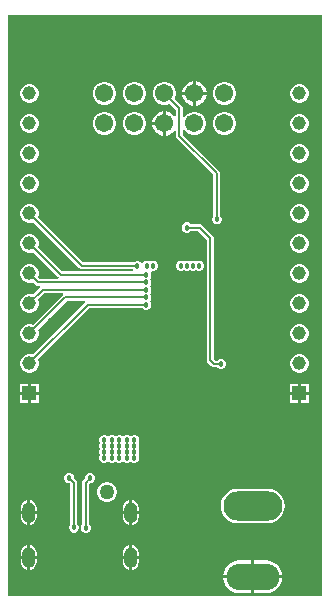
<source format=gbl>
G04*
G04 #@! TF.GenerationSoftware,Altium Limited,Altium Designer,23.1.1 (15)*
G04*
G04 Layer_Physical_Order=4*
G04 Layer_Color=16711680*
%FSLAX44Y44*%
%MOMM*%
G71*
G04*
G04 #@! TF.SameCoordinates,3E9F2625-A0FB-4649-AC3E-977DFEA3D768*
G04*
G04*
G04 #@! TF.FilePolarity,Positive*
G04*
G01*
G75*
%ADD41C,0.1778*%
%ADD43O,0.8000X1.6000*%
%ADD44C,1.5450*%
%ADD45C,3.1800*%
%ADD46R,1.1628X1.1628*%
%ADD47C,1.1628*%
%ADD48O,4.5000X2.2500*%
%ADD49O,5.0000X2.5000*%
%ADD50C,1.2700*%
%ADD51C,0.4572*%
G36*
X274788Y-500848D02*
X8422D01*
Y-8422D01*
X274788D01*
Y-500848D01*
D02*
G37*
%LPC*%
G36*
X167721Y-64665D02*
X167640D01*
Y-73660D01*
X176635D01*
Y-73579D01*
X175935Y-70968D01*
X174584Y-68627D01*
X172673Y-66716D01*
X170332Y-65364D01*
X167721Y-64665D01*
D02*
G37*
G36*
X165100D02*
X165019D01*
X162408Y-65364D01*
X160067Y-66716D01*
X158156Y-68627D01*
X156805Y-70968D01*
X156105Y-73579D01*
Y-73660D01*
X165100D01*
Y-64665D01*
D02*
G37*
G36*
X256299Y-67116D02*
X254241D01*
X252254Y-67649D01*
X250472Y-68677D01*
X249017Y-70132D01*
X247988Y-71914D01*
X247456Y-73901D01*
Y-75959D01*
X247988Y-77946D01*
X249017Y-79728D01*
X250472Y-81183D01*
X252254Y-82212D01*
X254241Y-82744D01*
X256299D01*
X258286Y-82212D01*
X260068Y-81183D01*
X261523Y-79728D01*
X262551Y-77946D01*
X263084Y-75959D01*
Y-73901D01*
X262551Y-71914D01*
X261523Y-70132D01*
X260068Y-68677D01*
X258286Y-67649D01*
X256299Y-67116D01*
D02*
G37*
G36*
X27699D02*
X25641D01*
X23654Y-67649D01*
X21872Y-68677D01*
X20417Y-70132D01*
X19389Y-71914D01*
X18856Y-73901D01*
Y-75959D01*
X19389Y-77946D01*
X20417Y-79728D01*
X21872Y-81183D01*
X23654Y-82212D01*
X25641Y-82744D01*
X27699D01*
X29686Y-82212D01*
X31468Y-81183D01*
X32923Y-79728D01*
X33951Y-77946D01*
X34484Y-75959D01*
Y-73901D01*
X33951Y-71914D01*
X32923Y-70132D01*
X31468Y-68677D01*
X29686Y-67649D01*
X27699Y-67116D01*
D02*
G37*
G36*
X193050Y-65205D02*
X190490D01*
X188016Y-65868D01*
X185799Y-67148D01*
X183988Y-68959D01*
X182708Y-71176D01*
X182045Y-73650D01*
Y-76210D01*
X182708Y-78684D01*
X183988Y-80901D01*
X185799Y-82712D01*
X188016Y-83992D01*
X190490Y-84655D01*
X193050D01*
X195524Y-83992D01*
X197741Y-82712D01*
X199552Y-80901D01*
X200832Y-78684D01*
X201495Y-76210D01*
Y-73650D01*
X200832Y-71176D01*
X199552Y-68959D01*
X197741Y-67148D01*
X195524Y-65868D01*
X193050Y-65205D01*
D02*
G37*
G36*
X116850D02*
X114290D01*
X111816Y-65868D01*
X109599Y-67148D01*
X107788Y-68959D01*
X106508Y-71176D01*
X105845Y-73650D01*
Y-76210D01*
X106508Y-78684D01*
X107788Y-80901D01*
X109599Y-82712D01*
X111816Y-83992D01*
X114290Y-84655D01*
X116850D01*
X119324Y-83992D01*
X121541Y-82712D01*
X123352Y-80901D01*
X124632Y-78684D01*
X125295Y-76210D01*
Y-73650D01*
X124632Y-71176D01*
X123352Y-68959D01*
X121541Y-67148D01*
X119324Y-65868D01*
X116850Y-65205D01*
D02*
G37*
G36*
X91450D02*
X88890D01*
X86416Y-65868D01*
X84199Y-67148D01*
X82388Y-68959D01*
X81108Y-71176D01*
X80445Y-73650D01*
Y-76210D01*
X81108Y-78684D01*
X82388Y-80901D01*
X84199Y-82712D01*
X86416Y-83992D01*
X88890Y-84655D01*
X91450D01*
X93924Y-83992D01*
X96141Y-82712D01*
X97952Y-80901D01*
X99232Y-78684D01*
X99895Y-76210D01*
Y-73650D01*
X99232Y-71176D01*
X97952Y-68959D01*
X96141Y-67148D01*
X93924Y-65868D01*
X91450Y-65205D01*
D02*
G37*
G36*
X176635Y-76200D02*
X167640D01*
Y-85195D01*
X167721D01*
X170332Y-84495D01*
X172673Y-83144D01*
X174584Y-81233D01*
X175935Y-78892D01*
X176635Y-76281D01*
Y-76200D01*
D02*
G37*
G36*
X165100D02*
X156105D01*
Y-76281D01*
X156805Y-78892D01*
X158156Y-81233D01*
X160067Y-83144D01*
X162408Y-84495D01*
X165019Y-85195D01*
X165100D01*
Y-76200D01*
D02*
G37*
G36*
X142250Y-65205D02*
X139690D01*
X137216Y-65868D01*
X134999Y-67148D01*
X133188Y-68959D01*
X131908Y-71176D01*
X131245Y-73650D01*
Y-76210D01*
X131908Y-78684D01*
X133188Y-80901D01*
X134999Y-82712D01*
X137216Y-83992D01*
X139690Y-84655D01*
X142250D01*
X144724Y-83992D01*
X145448Y-83574D01*
X150724Y-88850D01*
Y-94155D01*
X149454Y-94495D01*
X149184Y-94027D01*
X147273Y-92116D01*
X144932Y-90765D01*
X142321Y-90065D01*
X142240D01*
Y-100330D01*
Y-110595D01*
X142321D01*
X144932Y-109895D01*
X147273Y-108544D01*
X149184Y-106633D01*
X149454Y-106165D01*
X150724Y-106505D01*
Y-110998D01*
X150949Y-112125D01*
X151587Y-113081D01*
X182474Y-143968D01*
Y-178494D01*
X181786Y-179182D01*
X181134Y-180757D01*
Y-182463D01*
X181786Y-184038D01*
X182992Y-185243D01*
X184567Y-185896D01*
X186273D01*
X187848Y-185243D01*
X189053Y-184038D01*
X189706Y-182463D01*
Y-180757D01*
X189053Y-179182D01*
X188366Y-178494D01*
Y-142748D01*
X188141Y-141621D01*
X187503Y-140665D01*
X156616Y-109778D01*
Y-105425D01*
X157886Y-105085D01*
X158588Y-106301D01*
X160399Y-108112D01*
X162616Y-109392D01*
X165090Y-110055D01*
X167650D01*
X170124Y-109392D01*
X172341Y-108112D01*
X174152Y-106301D01*
X175432Y-104084D01*
X176095Y-101610D01*
Y-99050D01*
X175432Y-96576D01*
X174152Y-94359D01*
X172341Y-92548D01*
X170124Y-91268D01*
X167650Y-90605D01*
X165090D01*
X162616Y-91268D01*
X160399Y-92548D01*
X158588Y-94359D01*
X157886Y-95575D01*
X156616Y-95235D01*
Y-87630D01*
X156391Y-86503D01*
X155753Y-85547D01*
X149614Y-79408D01*
X150032Y-78684D01*
X150695Y-76210D01*
Y-73650D01*
X150032Y-71176D01*
X148752Y-68959D01*
X146941Y-67148D01*
X144724Y-65868D01*
X142250Y-65205D01*
D02*
G37*
G36*
X139700Y-90065D02*
X139619D01*
X137008Y-90765D01*
X134667Y-92116D01*
X132756Y-94027D01*
X131404Y-96368D01*
X130705Y-98979D01*
Y-99060D01*
X139700D01*
Y-90065D01*
D02*
G37*
G36*
X256299Y-92516D02*
X254241D01*
X252254Y-93048D01*
X250472Y-94077D01*
X249017Y-95532D01*
X247988Y-97314D01*
X247456Y-99301D01*
Y-101359D01*
X247988Y-103346D01*
X249017Y-105128D01*
X250472Y-106583D01*
X252254Y-107612D01*
X254241Y-108144D01*
X256299D01*
X258286Y-107612D01*
X260068Y-106583D01*
X261523Y-105128D01*
X262551Y-103346D01*
X263084Y-101359D01*
Y-99301D01*
X262551Y-97314D01*
X261523Y-95532D01*
X260068Y-94077D01*
X258286Y-93048D01*
X256299Y-92516D01*
D02*
G37*
G36*
X27699D02*
X25641D01*
X23654Y-93048D01*
X21872Y-94077D01*
X20417Y-95532D01*
X19389Y-97314D01*
X18856Y-99301D01*
Y-101359D01*
X19389Y-103346D01*
X20417Y-105128D01*
X21872Y-106583D01*
X23654Y-107612D01*
X25641Y-108144D01*
X27699D01*
X29686Y-107612D01*
X31468Y-106583D01*
X32923Y-105128D01*
X33951Y-103346D01*
X34484Y-101359D01*
Y-99301D01*
X33951Y-97314D01*
X32923Y-95532D01*
X31468Y-94077D01*
X29686Y-93048D01*
X27699Y-92516D01*
D02*
G37*
G36*
X193050Y-90605D02*
X190490D01*
X188016Y-91268D01*
X185799Y-92548D01*
X183988Y-94359D01*
X182708Y-96576D01*
X182045Y-99050D01*
Y-101610D01*
X182708Y-104084D01*
X183988Y-106301D01*
X185799Y-108112D01*
X188016Y-109392D01*
X190490Y-110055D01*
X193050D01*
X195524Y-109392D01*
X197741Y-108112D01*
X199552Y-106301D01*
X200832Y-104084D01*
X201495Y-101610D01*
Y-99050D01*
X200832Y-96576D01*
X199552Y-94359D01*
X197741Y-92548D01*
X195524Y-91268D01*
X193050Y-90605D01*
D02*
G37*
G36*
X116850D02*
X114290D01*
X111816Y-91268D01*
X109599Y-92548D01*
X107788Y-94359D01*
X106508Y-96576D01*
X105845Y-99050D01*
Y-101610D01*
X106508Y-104084D01*
X107788Y-106301D01*
X109599Y-108112D01*
X111816Y-109392D01*
X114290Y-110055D01*
X116850D01*
X119324Y-109392D01*
X121541Y-108112D01*
X123352Y-106301D01*
X124632Y-104084D01*
X125295Y-101610D01*
Y-99050D01*
X124632Y-96576D01*
X123352Y-94359D01*
X121541Y-92548D01*
X119324Y-91268D01*
X116850Y-90605D01*
D02*
G37*
G36*
X91450D02*
X88890D01*
X86416Y-91268D01*
X84199Y-92548D01*
X82388Y-94359D01*
X81108Y-96576D01*
X80445Y-99050D01*
Y-101610D01*
X81108Y-104084D01*
X82388Y-106301D01*
X84199Y-108112D01*
X86416Y-109392D01*
X88890Y-110055D01*
X91450D01*
X93924Y-109392D01*
X96141Y-108112D01*
X97952Y-106301D01*
X99232Y-104084D01*
X99895Y-101610D01*
Y-99050D01*
X99232Y-96576D01*
X97952Y-94359D01*
X96141Y-92548D01*
X93924Y-91268D01*
X91450Y-90605D01*
D02*
G37*
G36*
X139700Y-101600D02*
X130705D01*
Y-101681D01*
X131404Y-104292D01*
X132756Y-106633D01*
X134667Y-108544D01*
X137008Y-109895D01*
X139619Y-110595D01*
X139700D01*
Y-101600D01*
D02*
G37*
G36*
X256299Y-117916D02*
X254241D01*
X252254Y-118448D01*
X250472Y-119477D01*
X249017Y-120932D01*
X247988Y-122714D01*
X247456Y-124701D01*
Y-126759D01*
X247988Y-128746D01*
X249017Y-130528D01*
X250472Y-131983D01*
X252254Y-133012D01*
X254241Y-133544D01*
X256299D01*
X258286Y-133012D01*
X260068Y-131983D01*
X261523Y-130528D01*
X262551Y-128746D01*
X263084Y-126759D01*
Y-124701D01*
X262551Y-122714D01*
X261523Y-120932D01*
X260068Y-119477D01*
X258286Y-118448D01*
X256299Y-117916D01*
D02*
G37*
G36*
X27699D02*
X25641D01*
X23654Y-118448D01*
X21872Y-119477D01*
X20417Y-120932D01*
X19389Y-122714D01*
X18856Y-124701D01*
Y-126759D01*
X19389Y-128746D01*
X20417Y-130528D01*
X21872Y-131983D01*
X23654Y-133012D01*
X25641Y-133544D01*
X27699D01*
X29686Y-133012D01*
X31468Y-131983D01*
X32923Y-130528D01*
X33951Y-128746D01*
X34484Y-126759D01*
Y-124701D01*
X33951Y-122714D01*
X32923Y-120932D01*
X31468Y-119477D01*
X29686Y-118448D01*
X27699Y-117916D01*
D02*
G37*
G36*
X256299Y-143316D02*
X254241D01*
X252254Y-143848D01*
X250472Y-144877D01*
X249017Y-146332D01*
X247988Y-148114D01*
X247456Y-150101D01*
Y-152159D01*
X247988Y-154146D01*
X249017Y-155928D01*
X250472Y-157383D01*
X252254Y-158412D01*
X254241Y-158944D01*
X256299D01*
X258286Y-158412D01*
X260068Y-157383D01*
X261523Y-155928D01*
X262551Y-154146D01*
X263084Y-152159D01*
Y-150101D01*
X262551Y-148114D01*
X261523Y-146332D01*
X260068Y-144877D01*
X258286Y-143848D01*
X256299Y-143316D01*
D02*
G37*
G36*
X27699D02*
X25641D01*
X23654Y-143848D01*
X21872Y-144877D01*
X20417Y-146332D01*
X19389Y-148114D01*
X18856Y-150101D01*
Y-152159D01*
X19389Y-154146D01*
X20417Y-155928D01*
X21872Y-157383D01*
X23654Y-158412D01*
X25641Y-158944D01*
X27699D01*
X29686Y-158412D01*
X31468Y-157383D01*
X32923Y-155928D01*
X33951Y-154146D01*
X34484Y-152159D01*
Y-150101D01*
X33951Y-148114D01*
X32923Y-146332D01*
X31468Y-144877D01*
X29686Y-143848D01*
X27699Y-143316D01*
D02*
G37*
G36*
X256299Y-168716D02*
X254241D01*
X252254Y-169249D01*
X250472Y-170277D01*
X249017Y-171732D01*
X247988Y-173514D01*
X247456Y-175501D01*
Y-177559D01*
X247988Y-179546D01*
X249017Y-181328D01*
X250472Y-182783D01*
X252254Y-183811D01*
X254241Y-184344D01*
X256299D01*
X258286Y-183811D01*
X260068Y-182783D01*
X261523Y-181328D01*
X262551Y-179546D01*
X263084Y-177559D01*
Y-175501D01*
X262551Y-173514D01*
X261523Y-171732D01*
X260068Y-170277D01*
X258286Y-169249D01*
X256299Y-168716D01*
D02*
G37*
G36*
Y-194116D02*
X254241D01*
X252254Y-194648D01*
X250472Y-195677D01*
X249017Y-197132D01*
X247988Y-198914D01*
X247456Y-200901D01*
Y-202959D01*
X247988Y-204946D01*
X249017Y-206728D01*
X250472Y-208183D01*
X252254Y-209212D01*
X254241Y-209744D01*
X256299D01*
X258286Y-209212D01*
X260068Y-208183D01*
X261523Y-206728D01*
X262551Y-204946D01*
X263084Y-202959D01*
Y-200901D01*
X262551Y-198914D01*
X261523Y-197132D01*
X260068Y-195677D01*
X258286Y-194648D01*
X256299Y-194116D01*
D02*
G37*
G36*
X170923Y-216584D02*
X169217D01*
X167642Y-217236D01*
X167530Y-217349D01*
X167418Y-217236D01*
X165842Y-216584D01*
X164137D01*
X162562Y-217236D01*
X162450Y-217349D01*
X162338Y-217236D01*
X160763Y-216584D01*
X159057D01*
X157482Y-217236D01*
X157370Y-217349D01*
X157258Y-217236D01*
X155682Y-216584D01*
X153977D01*
X152402Y-217236D01*
X151196Y-218442D01*
X150544Y-220017D01*
Y-221723D01*
X151196Y-223298D01*
X152402Y-224503D01*
X153977Y-225156D01*
X155682D01*
X157258Y-224503D01*
X157370Y-224391D01*
X157482Y-224503D01*
X159057Y-225156D01*
X160763D01*
X162338Y-224503D01*
X162450Y-224391D01*
X162562Y-224503D01*
X164137Y-225156D01*
X165842D01*
X167418Y-224503D01*
X167530Y-224391D01*
X167642Y-224503D01*
X169217Y-225156D01*
X170923D01*
X172498Y-224503D01*
X173703Y-223298D01*
X174356Y-221723D01*
Y-220017D01*
X173703Y-218442D01*
X172498Y-217236D01*
X170923Y-216584D01*
D02*
G37*
G36*
X27699Y-168716D02*
X25641D01*
X23654Y-169249D01*
X21872Y-170277D01*
X20417Y-171732D01*
X19389Y-173514D01*
X18856Y-175501D01*
Y-177559D01*
X19389Y-179546D01*
X20417Y-181328D01*
X21872Y-182783D01*
X23654Y-183811D01*
X25641Y-184344D01*
X27699D01*
X29686Y-183811D01*
X29749Y-183775D01*
X69037Y-223063D01*
X69993Y-223701D01*
X71120Y-223926D01*
X71120Y-223926D01*
X114331D01*
X114707Y-224384D01*
X114106Y-225654D01*
X54560D01*
X33915Y-205009D01*
X33951Y-204946D01*
X34484Y-202959D01*
Y-200901D01*
X33951Y-198914D01*
X32923Y-197132D01*
X31468Y-195677D01*
X29686Y-194648D01*
X27699Y-194116D01*
X25641D01*
X23654Y-194648D01*
X21872Y-195677D01*
X20417Y-197132D01*
X19389Y-198914D01*
X18856Y-200901D01*
Y-202959D01*
X19389Y-204946D01*
X20417Y-206728D01*
X21872Y-208183D01*
X23654Y-209212D01*
X25641Y-209744D01*
X27699D01*
X29686Y-209212D01*
X29749Y-209175D01*
X51257Y-230683D01*
X51334Y-230734D01*
X50949Y-232004D01*
X35510D01*
X33915Y-230409D01*
X33951Y-230346D01*
X34484Y-228359D01*
Y-226301D01*
X33951Y-224314D01*
X32923Y-222532D01*
X31468Y-221077D01*
X29686Y-220049D01*
X27699Y-219516D01*
X25641D01*
X23654Y-220049D01*
X21872Y-221077D01*
X20417Y-222532D01*
X19389Y-224314D01*
X18856Y-226301D01*
Y-228359D01*
X19389Y-230346D01*
X20417Y-232128D01*
X21872Y-233583D01*
X23654Y-234611D01*
X25641Y-235144D01*
X27699D01*
X29686Y-234611D01*
X29749Y-234575D01*
X32207Y-237033D01*
X33163Y-237671D01*
X34290Y-237896D01*
X35709D01*
X36094Y-239166D01*
X36017Y-239217D01*
X29749Y-245485D01*
X29686Y-245448D01*
X27699Y-244916D01*
X25641D01*
X23654Y-245448D01*
X21872Y-246477D01*
X20417Y-247932D01*
X19389Y-249714D01*
X18856Y-251701D01*
Y-253759D01*
X19389Y-255746D01*
X20417Y-257528D01*
X21872Y-258983D01*
X23654Y-260012D01*
X25641Y-260544D01*
X27699D01*
X29686Y-260012D01*
X31468Y-258983D01*
X32923Y-257528D01*
X33951Y-255746D01*
X34484Y-253759D01*
Y-251701D01*
X33951Y-249714D01*
X33915Y-249651D01*
X39320Y-244246D01*
X54759D01*
X55144Y-245516D01*
X55067Y-245567D01*
X29749Y-270885D01*
X29686Y-270849D01*
X27699Y-270316D01*
X25641D01*
X23654Y-270849D01*
X21872Y-271877D01*
X20417Y-273332D01*
X19389Y-275114D01*
X18856Y-277101D01*
Y-279159D01*
X19389Y-281146D01*
X20417Y-282928D01*
X21872Y-284383D01*
X23654Y-285411D01*
X25641Y-285944D01*
X27699D01*
X29686Y-285411D01*
X31468Y-284383D01*
X32923Y-282928D01*
X33951Y-281146D01*
X34484Y-279159D01*
Y-277101D01*
X33951Y-275114D01*
X33915Y-275051D01*
X58370Y-250596D01*
X73809D01*
X74194Y-251866D01*
X74117Y-251917D01*
X74117Y-251917D01*
X29749Y-296285D01*
X29686Y-296248D01*
X27699Y-295716D01*
X25641D01*
X23654Y-296248D01*
X21872Y-297277D01*
X20417Y-298732D01*
X19389Y-300514D01*
X18856Y-302501D01*
Y-304559D01*
X19389Y-306546D01*
X20417Y-308328D01*
X21872Y-309783D01*
X23654Y-310812D01*
X25641Y-311344D01*
X27699D01*
X29686Y-310812D01*
X31468Y-309783D01*
X32923Y-308328D01*
X33951Y-306546D01*
X34484Y-304559D01*
Y-302501D01*
X33951Y-300514D01*
X33915Y-300451D01*
X77420Y-256946D01*
X122614D01*
X123302Y-257633D01*
X124877Y-258286D01*
X126583D01*
X128158Y-257633D01*
X129363Y-256428D01*
X130016Y-254853D01*
Y-253147D01*
X129363Y-251572D01*
X128616Y-250825D01*
X129363Y-250078D01*
X130016Y-248503D01*
Y-246797D01*
X129363Y-245222D01*
X128616Y-244475D01*
X129363Y-243728D01*
X130016Y-242153D01*
Y-240447D01*
X129363Y-238872D01*
X128616Y-238125D01*
X129363Y-237378D01*
X130016Y-235803D01*
Y-234097D01*
X129363Y-232522D01*
X128616Y-231775D01*
X129363Y-231028D01*
X130016Y-229453D01*
Y-227747D01*
X129363Y-226172D01*
X129343Y-226152D01*
X130063Y-225075D01*
X130257Y-225156D01*
X131963D01*
X133538Y-224503D01*
X134743Y-223298D01*
X135396Y-221723D01*
Y-220017D01*
X134743Y-218442D01*
X133538Y-217236D01*
X131963Y-216584D01*
X130257D01*
X128682Y-217236D01*
X128570Y-217349D01*
X128458Y-217236D01*
X126883Y-216584D01*
X125177D01*
X123602Y-217236D01*
X122845Y-217994D01*
X122142Y-218350D01*
X121201Y-218010D01*
X120538Y-217346D01*
X118963Y-216694D01*
X117257D01*
X115682Y-217346D01*
X114994Y-218034D01*
X72340D01*
X33915Y-179609D01*
X33951Y-179546D01*
X34484Y-177559D01*
Y-175501D01*
X33951Y-173514D01*
X32923Y-171732D01*
X31468Y-170277D01*
X29686Y-169249D01*
X27699Y-168716D01*
D02*
G37*
G36*
X256299Y-219516D02*
X254241D01*
X252254Y-220049D01*
X250472Y-221077D01*
X249017Y-222532D01*
X247988Y-224314D01*
X247456Y-226301D01*
Y-228359D01*
X247988Y-230346D01*
X249017Y-232128D01*
X250472Y-233583D01*
X252254Y-234611D01*
X254241Y-235144D01*
X256299D01*
X258286Y-234611D01*
X260068Y-233583D01*
X261523Y-232128D01*
X262551Y-230346D01*
X263084Y-228359D01*
Y-226301D01*
X262551Y-224314D01*
X261523Y-222532D01*
X260068Y-221077D01*
X258286Y-220049D01*
X256299Y-219516D01*
D02*
G37*
G36*
Y-244916D02*
X254241D01*
X252254Y-245448D01*
X250472Y-246477D01*
X249017Y-247932D01*
X247988Y-249714D01*
X247456Y-251701D01*
Y-253759D01*
X247988Y-255746D01*
X249017Y-257528D01*
X250472Y-258983D01*
X252254Y-260012D01*
X254241Y-260544D01*
X256299D01*
X258286Y-260012D01*
X260068Y-258983D01*
X261523Y-257528D01*
X262551Y-255746D01*
X263084Y-253759D01*
Y-251701D01*
X262551Y-249714D01*
X261523Y-247932D01*
X260068Y-246477D01*
X258286Y-245448D01*
X256299Y-244916D01*
D02*
G37*
G36*
Y-270316D02*
X254241D01*
X252254Y-270849D01*
X250472Y-271877D01*
X249017Y-273332D01*
X247988Y-275114D01*
X247456Y-277101D01*
Y-279159D01*
X247988Y-281146D01*
X249017Y-282928D01*
X250472Y-284383D01*
X252254Y-285411D01*
X254241Y-285944D01*
X256299D01*
X258286Y-285411D01*
X260068Y-284383D01*
X261523Y-282928D01*
X262551Y-281146D01*
X263084Y-279159D01*
Y-277101D01*
X262551Y-275114D01*
X261523Y-273332D01*
X260068Y-271877D01*
X258286Y-270849D01*
X256299Y-270316D01*
D02*
G37*
G36*
X160743Y-184214D02*
X159038D01*
X157462Y-184867D01*
X156257Y-186072D01*
X155604Y-187647D01*
Y-189353D01*
X156257Y-190928D01*
X157462Y-192134D01*
X159038Y-192786D01*
X160743D01*
X162318Y-192134D01*
X163006Y-191446D01*
X169500D01*
X176886Y-198832D01*
Y-301042D01*
X177111Y-302169D01*
X177749Y-303125D01*
X180745Y-306121D01*
X181701Y-306759D01*
X182828Y-306984D01*
X182828Y-306984D01*
X185860D01*
X186548Y-307672D01*
X188123Y-308324D01*
X189829D01*
X191404Y-307672D01*
X192610Y-306466D01*
X193262Y-304891D01*
Y-303185D01*
X192610Y-301610D01*
X191404Y-300404D01*
X189829Y-299752D01*
X188123D01*
X186548Y-300404D01*
X185860Y-301092D01*
X184048D01*
X182778Y-299822D01*
Y-197612D01*
X182553Y-196485D01*
X181915Y-195529D01*
X172803Y-186417D01*
X171847Y-185779D01*
X170720Y-185554D01*
X163006D01*
X162318Y-184867D01*
X160743Y-184214D01*
D02*
G37*
G36*
X256299Y-295716D02*
X254241D01*
X252254Y-296248D01*
X250472Y-297277D01*
X249017Y-298732D01*
X247988Y-300514D01*
X247456Y-302501D01*
Y-304559D01*
X247988Y-306546D01*
X249017Y-308328D01*
X250472Y-309783D01*
X252254Y-310812D01*
X254241Y-311344D01*
X256299D01*
X258286Y-310812D01*
X260068Y-309783D01*
X261523Y-308328D01*
X262551Y-306546D01*
X263084Y-304559D01*
Y-302501D01*
X262551Y-300514D01*
X261523Y-298732D01*
X260068Y-297277D01*
X258286Y-296248D01*
X256299Y-295716D01*
D02*
G37*
G36*
X263624Y-320576D02*
X256540D01*
Y-327660D01*
X263624D01*
Y-320576D01*
D02*
G37*
G36*
X35024D02*
X27940D01*
Y-327660D01*
X35024D01*
Y-320576D01*
D02*
G37*
G36*
X254000D02*
X246916D01*
Y-327660D01*
X254000D01*
Y-320576D01*
D02*
G37*
G36*
X25400D02*
X18316D01*
Y-327660D01*
X25400D01*
Y-320576D01*
D02*
G37*
G36*
X263624Y-330200D02*
X256540D01*
Y-337284D01*
X263624D01*
Y-330200D01*
D02*
G37*
G36*
X254000D02*
X246916D01*
Y-337284D01*
X254000D01*
Y-330200D01*
D02*
G37*
G36*
X35024D02*
X27940D01*
Y-337284D01*
X35024D01*
Y-330200D01*
D02*
G37*
G36*
X25400D02*
X18316D01*
Y-337284D01*
X25400D01*
Y-330200D01*
D02*
G37*
G36*
X116423Y-364014D02*
X114717D01*
X113142Y-364666D01*
X112395Y-365414D01*
X111648Y-364666D01*
X110073Y-364014D01*
X108367D01*
X106792Y-364666D01*
X106045Y-365414D01*
X105298Y-364666D01*
X103723Y-364014D01*
X102017D01*
X100442Y-364666D01*
X99695Y-365414D01*
X98948Y-364666D01*
X97373Y-364014D01*
X95667D01*
X94092Y-364666D01*
X93345Y-365414D01*
X92598Y-364666D01*
X91023Y-364014D01*
X89317D01*
X87742Y-364666D01*
X86537Y-365872D01*
X85884Y-367447D01*
Y-369153D01*
X86537Y-370728D01*
X86649Y-370840D01*
X86537Y-370952D01*
X85884Y-372527D01*
Y-374233D01*
X86537Y-375808D01*
X86649Y-375920D01*
X86537Y-376032D01*
X85884Y-377607D01*
Y-379313D01*
X86537Y-380888D01*
X86649Y-381000D01*
X86537Y-381112D01*
X85884Y-382687D01*
Y-384393D01*
X86537Y-385968D01*
X87742Y-387174D01*
X89317Y-387826D01*
X91023D01*
X92598Y-387174D01*
X93345Y-386426D01*
X94092Y-387174D01*
X95667Y-387826D01*
X97373D01*
X98948Y-387174D01*
X99695Y-386426D01*
X100442Y-387174D01*
X102017Y-387826D01*
X103723D01*
X105298Y-387174D01*
X106045Y-386426D01*
X106792Y-387174D01*
X108367Y-387826D01*
X110073D01*
X111648Y-387174D01*
X112395Y-386426D01*
X113142Y-387174D01*
X114717Y-387826D01*
X116423D01*
X117998Y-387174D01*
X119204Y-385968D01*
X119856Y-384393D01*
Y-382687D01*
X119204Y-381112D01*
X119091Y-381000D01*
X119204Y-380888D01*
X119856Y-379313D01*
Y-377607D01*
X119204Y-376032D01*
X119091Y-375920D01*
X119204Y-375808D01*
X119856Y-374233D01*
Y-372527D01*
X119204Y-370952D01*
X119091Y-370840D01*
X119204Y-370728D01*
X119856Y-369153D01*
Y-367447D01*
X119204Y-365872D01*
X117998Y-364666D01*
X116423Y-364014D01*
D02*
G37*
G36*
X93555Y-403892D02*
X91357D01*
X89233Y-404461D01*
X87329Y-405560D01*
X85774Y-407115D01*
X84675Y-409019D01*
X84106Y-411143D01*
Y-413341D01*
X84675Y-415465D01*
X85774Y-417369D01*
X87329Y-418924D01*
X89233Y-420023D01*
X91357Y-420592D01*
X93555D01*
X95679Y-420023D01*
X97583Y-418924D01*
X99138Y-417369D01*
X100237Y-415465D01*
X100806Y-413341D01*
Y-411143D01*
X100237Y-409019D01*
X99138Y-407115D01*
X97583Y-405560D01*
X95679Y-404461D01*
X93555Y-403892D01*
D02*
G37*
G36*
X113760Y-419531D02*
Y-421612D01*
X113910Y-421650D01*
X114190Y-421730D01*
X114460Y-421830D01*
X114730Y-421940D01*
X114990Y-422060D01*
X115240Y-422200D01*
X115490Y-422350D01*
X115720Y-422510D01*
X115950Y-422690D01*
X116170Y-422870D01*
X116380Y-423070D01*
X116580Y-423280D01*
X116760Y-423500D01*
X116940Y-423730D01*
X117100Y-423960D01*
X117250Y-424210D01*
X117390Y-424460D01*
X117510Y-424720D01*
X117620Y-424990D01*
X117720Y-425260D01*
X117800Y-425540D01*
X117870Y-425820D01*
X117920Y-426100D01*
X117960Y-426390D01*
X117980Y-426670D01*
X117990Y-426960D01*
Y-428690D01*
X119086D01*
Y-425960D01*
X118862Y-424253D01*
X118203Y-422662D01*
X117154Y-421296D01*
X115788Y-420247D01*
X114197Y-419588D01*
X113760Y-419531D01*
D02*
G37*
G36*
X111220Y-419531D02*
X110783Y-419588D01*
X109192Y-420247D01*
X107825Y-421296D01*
X106777Y-422662D01*
X106118Y-424253D01*
X105893Y-425960D01*
Y-428690D01*
X106990D01*
Y-426960D01*
X107000Y-426670D01*
X107020Y-426390D01*
X107060Y-426100D01*
X107110Y-425820D01*
X107180Y-425540D01*
X107260Y-425260D01*
X107360Y-424990D01*
X107470Y-424720D01*
X107590Y-424460D01*
X107730Y-424210D01*
X107880Y-423960D01*
X108040Y-423730D01*
X108220Y-423500D01*
X108400Y-423280D01*
X108600Y-423070D01*
X108810Y-422870D01*
X109030Y-422690D01*
X109260Y-422510D01*
X109490Y-422350D01*
X109740Y-422200D01*
X109990Y-422060D01*
X110250Y-421940D01*
X110520Y-421830D01*
X110790Y-421730D01*
X111070Y-421650D01*
X111220Y-421613D01*
Y-419531D01*
D02*
G37*
G36*
X27360D02*
Y-421613D01*
X27510Y-421650D01*
X27790Y-421730D01*
X28060Y-421830D01*
X28330Y-421940D01*
X28590Y-422060D01*
X28840Y-422200D01*
X29090Y-422350D01*
X29320Y-422510D01*
X29550Y-422690D01*
X29770Y-422870D01*
X29980Y-423070D01*
X30180Y-423280D01*
X30360Y-423500D01*
X30540Y-423730D01*
X30700Y-423960D01*
X30850Y-424210D01*
X30990Y-424460D01*
X31110Y-424720D01*
X31220Y-424990D01*
X31320Y-425260D01*
X31400Y-425540D01*
X31470Y-425820D01*
X31520Y-426100D01*
X31560Y-426390D01*
X31580Y-426670D01*
X31590Y-426960D01*
Y-428690D01*
X32686D01*
Y-425960D01*
X32462Y-424253D01*
X31803Y-422662D01*
X30754Y-421296D01*
X29388Y-420247D01*
X27797Y-419588D01*
X27360Y-419531D01*
D02*
G37*
G36*
X24820Y-419531D02*
X24383Y-419588D01*
X22792Y-420247D01*
X21426Y-421296D01*
X20377Y-422662D01*
X19718Y-424253D01*
X19493Y-425960D01*
Y-428690D01*
X20590D01*
Y-426960D01*
X20600Y-426670D01*
X20620Y-426390D01*
X20660Y-426100D01*
X20710Y-425820D01*
X20780Y-425540D01*
X20860Y-425260D01*
X20960Y-424990D01*
X21070Y-424720D01*
X21190Y-424460D01*
X21330Y-424210D01*
X21480Y-423960D01*
X21640Y-423730D01*
X21820Y-423500D01*
X22000Y-423280D01*
X22200Y-423070D01*
X22410Y-422870D01*
X22630Y-422690D01*
X22860Y-422510D01*
X23090Y-422350D01*
X23340Y-422200D01*
X23590Y-422060D01*
X23850Y-421940D01*
X24120Y-421830D01*
X24390Y-421730D01*
X24670Y-421650D01*
X24820Y-421612D01*
Y-419531D01*
D02*
G37*
G36*
X228215Y-409555D02*
X203215D01*
X199430Y-410053D01*
X195902Y-411514D01*
X192873Y-413839D01*
X190549Y-416867D01*
X189088Y-420395D01*
X188590Y-424180D01*
X189088Y-427965D01*
X190549Y-431493D01*
X192873Y-434521D01*
X195902Y-436846D01*
X199430Y-438307D01*
X203215Y-438805D01*
X228215D01*
X232000Y-438307D01*
X235527Y-436846D01*
X238556Y-434521D01*
X240881Y-431493D01*
X242342Y-427965D01*
X242840Y-424180D01*
X242342Y-420395D01*
X240881Y-416867D01*
X238556Y-413839D01*
X235527Y-411514D01*
X232000Y-410053D01*
X228215Y-409555D01*
D02*
G37*
G36*
X32686Y-431230D02*
X31590D01*
Y-432960D01*
X31580Y-433250D01*
X31560Y-433530D01*
X31520Y-433820D01*
X31470Y-434100D01*
X31400Y-434380D01*
X31320Y-434660D01*
X31220Y-434930D01*
X31110Y-435200D01*
X30990Y-435460D01*
X30850Y-435710D01*
X30700Y-435960D01*
X30540Y-436190D01*
X30360Y-436420D01*
X30180Y-436640D01*
X29980Y-436850D01*
X29770Y-437050D01*
X29550Y-437230D01*
X29320Y-437410D01*
X29090Y-437570D01*
X28840Y-437720D01*
X28590Y-437860D01*
X28330Y-437980D01*
X28060Y-438090D01*
X27790Y-438190D01*
X27510Y-438270D01*
X27360Y-438307D01*
Y-440389D01*
X27797Y-440332D01*
X29388Y-439673D01*
X30754Y-438624D01*
X31803Y-437258D01*
X32462Y-435667D01*
X32686Y-433960D01*
Y-431230D01*
D02*
G37*
G36*
X106990Y-431230D02*
X105893D01*
Y-433960D01*
X106118Y-435667D01*
X106777Y-437258D01*
X107825Y-438624D01*
X109192Y-439673D01*
X110783Y-440332D01*
X111220Y-440389D01*
Y-438307D01*
X111070Y-438270D01*
X110790Y-438190D01*
X110520Y-438090D01*
X110250Y-437980D01*
X109990Y-437860D01*
X109740Y-437720D01*
X109490Y-437570D01*
X109260Y-437410D01*
X109030Y-437230D01*
X108810Y-437050D01*
X108600Y-436850D01*
X108400Y-436640D01*
X108220Y-436420D01*
X108040Y-436190D01*
X107880Y-435960D01*
X107730Y-435710D01*
X107590Y-435460D01*
X107470Y-435200D01*
X107360Y-434930D01*
X107260Y-434660D01*
X107180Y-434380D01*
X107110Y-434100D01*
X107060Y-433820D01*
X107020Y-433530D01*
X107000Y-433250D01*
X106990Y-432960D01*
Y-431230D01*
D02*
G37*
G36*
X119086D02*
X117990D01*
Y-432960D01*
X117980Y-433250D01*
X117960Y-433530D01*
X117920Y-433820D01*
X117870Y-434100D01*
X117800Y-434380D01*
X117720Y-434660D01*
X117620Y-434930D01*
X117510Y-435200D01*
X117390Y-435460D01*
X117250Y-435710D01*
X117100Y-435960D01*
X116940Y-436190D01*
X116760Y-436420D01*
X116580Y-436640D01*
X116380Y-436850D01*
X116170Y-437050D01*
X115950Y-437230D01*
X115720Y-437410D01*
X115490Y-437570D01*
X115240Y-437720D01*
X114990Y-437860D01*
X114730Y-437980D01*
X114460Y-438090D01*
X114190Y-438190D01*
X113910Y-438270D01*
X113760Y-438307D01*
Y-440389D01*
X114197Y-440332D01*
X115788Y-439673D01*
X117154Y-438624D01*
X118203Y-437258D01*
X118862Y-435667D01*
X119086Y-433960D01*
Y-431230D01*
D02*
G37*
G36*
X20590Y-431230D02*
X19493D01*
Y-433960D01*
X19718Y-435667D01*
X20377Y-437258D01*
X21426Y-438624D01*
X22792Y-439673D01*
X24383Y-440332D01*
X24820Y-440389D01*
Y-438307D01*
X24670Y-438270D01*
X24390Y-438190D01*
X24120Y-438090D01*
X23850Y-437980D01*
X23590Y-437860D01*
X23340Y-437720D01*
X23090Y-437570D01*
X22860Y-437410D01*
X22630Y-437230D01*
X22410Y-437050D01*
X22200Y-436850D01*
X22000Y-436640D01*
X21820Y-436420D01*
X21640Y-436190D01*
X21480Y-435960D01*
X21330Y-435710D01*
X21190Y-435460D01*
X21070Y-435200D01*
X20960Y-434930D01*
X20860Y-434660D01*
X20780Y-434380D01*
X20710Y-434100D01*
X20660Y-433820D01*
X20620Y-433530D01*
X20600Y-433250D01*
X20590Y-432960D01*
Y-431230D01*
D02*
G37*
G36*
X61333Y-396554D02*
X59627D01*
X58052Y-397206D01*
X56846Y-398412D01*
X56194Y-399987D01*
Y-401693D01*
X56846Y-403268D01*
X58052Y-404473D01*
X59627Y-405126D01*
X60600D01*
X61344Y-405870D01*
Y-439324D01*
X60656Y-440012D01*
X60004Y-441587D01*
Y-443293D01*
X60656Y-444868D01*
X61862Y-446073D01*
X63438Y-446726D01*
X65143D01*
X66718Y-446073D01*
X67923Y-444868D01*
X68576Y-443293D01*
Y-441587D01*
X67923Y-440012D01*
X67236Y-439324D01*
Y-404650D01*
X67011Y-403523D01*
X66373Y-402567D01*
X64766Y-400960D01*
Y-399987D01*
X64113Y-398412D01*
X62908Y-397206D01*
X61333Y-396554D01*
D02*
G37*
G36*
X78952D02*
X77247D01*
X75672Y-397206D01*
X74467Y-398412D01*
X73814Y-399987D01*
Y-400960D01*
X72207Y-402567D01*
X71569Y-403523D01*
X71344Y-404650D01*
Y-439474D01*
X70656Y-440162D01*
X70004Y-441737D01*
Y-443442D01*
X70656Y-445018D01*
X71862Y-446223D01*
X73437Y-446876D01*
X75142D01*
X76718Y-446223D01*
X77923Y-445018D01*
X78576Y-443442D01*
Y-441737D01*
X77923Y-440162D01*
X77236Y-439474D01*
Y-405870D01*
X77980Y-405126D01*
X78952D01*
X80528Y-404473D01*
X81734Y-403268D01*
X82386Y-401693D01*
Y-399987D01*
X81734Y-398412D01*
X80528Y-397206D01*
X78952Y-396554D01*
D02*
G37*
G36*
X113760Y-457531D02*
Y-459612D01*
X113910Y-459650D01*
X114190Y-459730D01*
X114460Y-459830D01*
X114730Y-459940D01*
X114990Y-460060D01*
X115240Y-460200D01*
X115490Y-460350D01*
X115720Y-460510D01*
X115950Y-460690D01*
X116170Y-460870D01*
X116380Y-461070D01*
X116580Y-461280D01*
X116760Y-461500D01*
X116940Y-461730D01*
X117100Y-461960D01*
X117250Y-462210D01*
X117390Y-462460D01*
X117510Y-462720D01*
X117620Y-462990D01*
X117720Y-463260D01*
X117800Y-463540D01*
X117870Y-463820D01*
X117920Y-464100D01*
X117960Y-464390D01*
X117980Y-464670D01*
X117990Y-464960D01*
Y-466690D01*
X119086D01*
Y-463960D01*
X118862Y-462253D01*
X118203Y-460662D01*
X117154Y-459296D01*
X115788Y-458247D01*
X114197Y-457588D01*
X113760Y-457531D01*
D02*
G37*
G36*
X111220Y-457531D02*
X110783Y-457588D01*
X109192Y-458247D01*
X107825Y-459296D01*
X106777Y-460662D01*
X106118Y-462253D01*
X105893Y-463960D01*
Y-466690D01*
X106990D01*
Y-464960D01*
X107000Y-464670D01*
X107020Y-464390D01*
X107060Y-464100D01*
X107110Y-463820D01*
X107180Y-463540D01*
X107260Y-463260D01*
X107360Y-462990D01*
X107470Y-462720D01*
X107590Y-462460D01*
X107730Y-462210D01*
X107880Y-461960D01*
X108040Y-461730D01*
X108220Y-461500D01*
X108400Y-461280D01*
X108600Y-461070D01*
X108810Y-460870D01*
X109030Y-460690D01*
X109260Y-460510D01*
X109490Y-460350D01*
X109740Y-460200D01*
X109990Y-460060D01*
X110250Y-459940D01*
X110520Y-459830D01*
X110790Y-459730D01*
X111070Y-459650D01*
X111220Y-459613D01*
Y-457531D01*
D02*
G37*
G36*
X27360D02*
Y-459613D01*
X27510Y-459650D01*
X27790Y-459730D01*
X28060Y-459830D01*
X28330Y-459940D01*
X28590Y-460060D01*
X28840Y-460200D01*
X29090Y-460350D01*
X29320Y-460510D01*
X29550Y-460690D01*
X29770Y-460870D01*
X29980Y-461070D01*
X30180Y-461280D01*
X30360Y-461500D01*
X30540Y-461730D01*
X30700Y-461960D01*
X30850Y-462210D01*
X30990Y-462460D01*
X31110Y-462720D01*
X31220Y-462990D01*
X31320Y-463260D01*
X31400Y-463540D01*
X31470Y-463820D01*
X31520Y-464100D01*
X31560Y-464390D01*
X31580Y-464670D01*
X31590Y-464960D01*
Y-466690D01*
X32686D01*
Y-463960D01*
X32462Y-462253D01*
X31803Y-460662D01*
X30754Y-459296D01*
X29388Y-458247D01*
X27797Y-457588D01*
X27360Y-457531D01*
D02*
G37*
G36*
X24820Y-457531D02*
X24383Y-457588D01*
X22792Y-458247D01*
X21426Y-459296D01*
X20377Y-460662D01*
X19718Y-462253D01*
X19493Y-463960D01*
Y-466690D01*
X20590D01*
Y-464960D01*
X20600Y-464670D01*
X20620Y-464390D01*
X20660Y-464100D01*
X20710Y-463820D01*
X20780Y-463540D01*
X20860Y-463260D01*
X20960Y-462990D01*
X21070Y-462720D01*
X21190Y-462460D01*
X21330Y-462210D01*
X21480Y-461960D01*
X21640Y-461730D01*
X21820Y-461500D01*
X22000Y-461280D01*
X22200Y-461070D01*
X22410Y-460870D01*
X22630Y-460690D01*
X22860Y-460510D01*
X23090Y-460350D01*
X23340Y-460200D01*
X23590Y-460060D01*
X23850Y-459940D01*
X24120Y-459830D01*
X24390Y-459730D01*
X24670Y-459650D01*
X24820Y-459612D01*
Y-457531D01*
D02*
G37*
G36*
X32686Y-469230D02*
X31590D01*
Y-470960D01*
X31580Y-471250D01*
X31560Y-471530D01*
X31520Y-471820D01*
X31470Y-472100D01*
X31400Y-472380D01*
X31320Y-472660D01*
X31220Y-472930D01*
X31110Y-473200D01*
X30990Y-473460D01*
X30850Y-473710D01*
X30700Y-473960D01*
X30540Y-474190D01*
X30360Y-474420D01*
X30180Y-474640D01*
X29980Y-474850D01*
X29770Y-475050D01*
X29550Y-475230D01*
X29320Y-475410D01*
X29090Y-475570D01*
X28840Y-475720D01*
X28590Y-475860D01*
X28330Y-475980D01*
X28060Y-476090D01*
X27790Y-476190D01*
X27510Y-476270D01*
X27360Y-476307D01*
Y-478389D01*
X27797Y-478332D01*
X29388Y-477673D01*
X30754Y-476624D01*
X31803Y-475258D01*
X32462Y-473667D01*
X32686Y-471960D01*
Y-469230D01*
D02*
G37*
G36*
X106990Y-469230D02*
X105893D01*
Y-471960D01*
X106118Y-473667D01*
X106777Y-475258D01*
X107825Y-476624D01*
X109192Y-477673D01*
X110783Y-478332D01*
X111220Y-478389D01*
Y-476307D01*
X111070Y-476270D01*
X110790Y-476190D01*
X110520Y-476090D01*
X110250Y-475980D01*
X109990Y-475860D01*
X109740Y-475720D01*
X109490Y-475570D01*
X109260Y-475410D01*
X109030Y-475230D01*
X108810Y-475050D01*
X108600Y-474850D01*
X108400Y-474640D01*
X108220Y-474420D01*
X108040Y-474190D01*
X107880Y-473960D01*
X107730Y-473710D01*
X107590Y-473460D01*
X107470Y-473200D01*
X107360Y-472930D01*
X107260Y-472660D01*
X107180Y-472380D01*
X107110Y-472100D01*
X107060Y-471820D01*
X107020Y-471530D01*
X107000Y-471250D01*
X106990Y-470960D01*
Y-469230D01*
D02*
G37*
G36*
X119086D02*
X117990D01*
Y-470960D01*
X117980Y-471250D01*
X117960Y-471530D01*
X117920Y-471820D01*
X117870Y-472100D01*
X117800Y-472380D01*
X117720Y-472660D01*
X117620Y-472930D01*
X117510Y-473200D01*
X117390Y-473460D01*
X117250Y-473710D01*
X117100Y-473960D01*
X116940Y-474190D01*
X116760Y-474420D01*
X116580Y-474640D01*
X116380Y-474850D01*
X116170Y-475050D01*
X115950Y-475230D01*
X115720Y-475410D01*
X115490Y-475570D01*
X115240Y-475720D01*
X114990Y-475860D01*
X114730Y-475980D01*
X114460Y-476090D01*
X114190Y-476190D01*
X113910Y-476270D01*
X113760Y-476307D01*
Y-478389D01*
X114197Y-478332D01*
X115788Y-477673D01*
X117154Y-476624D01*
X118203Y-475258D01*
X118862Y-473667D01*
X119086Y-471960D01*
Y-469230D01*
D02*
G37*
G36*
X20590Y-469230D02*
X19493D01*
Y-471960D01*
X19718Y-473667D01*
X20377Y-475258D01*
X21426Y-476624D01*
X22792Y-477673D01*
X24383Y-478332D01*
X24820Y-478389D01*
Y-476307D01*
X24670Y-476270D01*
X24390Y-476190D01*
X24120Y-476090D01*
X23850Y-475980D01*
X23590Y-475860D01*
X23340Y-475720D01*
X23090Y-475570D01*
X22860Y-475410D01*
X22630Y-475230D01*
X22410Y-475050D01*
X22200Y-474850D01*
X22000Y-474640D01*
X21820Y-474420D01*
X21640Y-474190D01*
X21480Y-473960D01*
X21330Y-473710D01*
X21190Y-473460D01*
X21070Y-473200D01*
X20960Y-472930D01*
X20860Y-472660D01*
X20780Y-472380D01*
X20710Y-472100D01*
X20660Y-471820D01*
X20620Y-471530D01*
X20600Y-471250D01*
X20590Y-470960D01*
Y-469230D01*
D02*
G37*
G36*
X226965Y-470271D02*
X216985D01*
Y-482910D01*
X240707D01*
X240400Y-480580D01*
X239011Y-477225D01*
X236800Y-474345D01*
X233920Y-472135D01*
X230565Y-470745D01*
X226965Y-470271D01*
D02*
G37*
G36*
X214445D02*
X204465D01*
X200865Y-470745D01*
X197511Y-472135D01*
X194630Y-474345D01*
X192419Y-477225D01*
X191030Y-480580D01*
X190723Y-482910D01*
X214445D01*
Y-470271D01*
D02*
G37*
G36*
X240707Y-485450D02*
X216985D01*
Y-498089D01*
X226965D01*
X230565Y-497615D01*
X233920Y-496226D01*
X236800Y-494015D01*
X239011Y-491134D01*
X240400Y-487780D01*
X240707Y-485450D01*
D02*
G37*
G36*
X214445D02*
X190723D01*
X191030Y-487780D01*
X192419Y-491134D01*
X194630Y-494015D01*
X197511Y-496226D01*
X200865Y-497615D01*
X204465Y-498089D01*
X214445D01*
Y-485450D01*
D02*
G37*
%LPD*%
D41*
X179832Y-301042D02*
X182828Y-304038D01*
X188976D01*
X57150Y-247650D02*
X125730D01*
X34290Y-234950D02*
X125730D01*
X26670Y-227330D02*
X34290Y-234950D01*
X76200Y-254000D02*
X125730D01*
X38100Y-241300D02*
X125730D01*
X26670Y-201930D02*
X53340Y-228600D01*
X125730D01*
X153670Y-110998D02*
Y-87630D01*
X185420Y-181610D02*
Y-142748D01*
X153670Y-110998D02*
X185420Y-142748D01*
X170720Y-188500D02*
X179832Y-197612D01*
Y-301042D02*
Y-197612D01*
X71120Y-220980D02*
X118110D01*
X74290Y-404650D02*
X78100Y-400840D01*
X74290Y-442590D02*
Y-404650D01*
X60480Y-400840D02*
X64290Y-404650D01*
Y-442440D02*
Y-404650D01*
X159890Y-188500D02*
X170720D01*
X140970Y-74930D02*
X153670Y-87630D01*
X26670Y-303530D02*
X76200Y-254000D01*
X26670Y-278130D02*
X57150Y-247650D01*
X26670Y-252730D02*
X38100Y-241300D01*
X26670Y-176530D02*
X71120Y-220980D01*
D43*
X26090Y-429960D02*
D03*
X112490D02*
D03*
X26090Y-467960D02*
D03*
X112490D02*
D03*
D44*
X191770Y-74930D02*
D03*
Y-100330D02*
D03*
X166370D02*
D03*
Y-74930D02*
D03*
X140970D02*
D03*
Y-100330D02*
D03*
X115570Y-74930D02*
D03*
Y-100330D02*
D03*
X90170Y-74930D02*
D03*
Y-100330D02*
D03*
D45*
X255270Y-25400D02*
D03*
X26670D02*
D03*
X255270Y-379730D02*
D03*
X26670D02*
D03*
D46*
X255270Y-328930D02*
D03*
X26670D02*
D03*
D47*
X255270Y-303530D02*
D03*
Y-278130D02*
D03*
Y-252730D02*
D03*
Y-227330D02*
D03*
Y-201930D02*
D03*
Y-176530D02*
D03*
Y-151130D02*
D03*
Y-125730D02*
D03*
Y-100330D02*
D03*
Y-74930D02*
D03*
X26670Y-303530D02*
D03*
Y-278130D02*
D03*
Y-252730D02*
D03*
Y-227330D02*
D03*
Y-201930D02*
D03*
Y-176530D02*
D03*
Y-151130D02*
D03*
Y-125730D02*
D03*
Y-100330D02*
D03*
Y-74930D02*
D03*
D48*
X215715Y-484180D02*
D03*
D49*
Y-424180D02*
D03*
D50*
X92456Y-412242D02*
D03*
D51*
X188976Y-304038D02*
D03*
X266700Y-52070D02*
D03*
X260350Y-64770D02*
D03*
X266700Y-77470D02*
D03*
X260350Y-90170D02*
D03*
X266700Y-102870D02*
D03*
X260350Y-115570D02*
D03*
X266700Y-128270D02*
D03*
X260350Y-140970D02*
D03*
X266700Y-153670D02*
D03*
X260350Y-166370D02*
D03*
X266700Y-179070D02*
D03*
X260350Y-191770D02*
D03*
X266700Y-204470D02*
D03*
X260350Y-217170D02*
D03*
X266700Y-229870D02*
D03*
X260350Y-242570D02*
D03*
X266700Y-255270D02*
D03*
X260350Y-267970D02*
D03*
X266700Y-280670D02*
D03*
Y-331470D02*
D03*
X260350Y-344170D02*
D03*
X266700Y-407670D02*
D03*
X260350Y-420370D02*
D03*
X266700Y-433070D02*
D03*
X260350Y-445770D02*
D03*
X266700Y-458470D02*
D03*
X260350Y-471170D02*
D03*
X266700Y-483870D02*
D03*
X260350Y-496570D02*
D03*
X247650Y-64770D02*
D03*
Y-90170D02*
D03*
Y-115570D02*
D03*
Y-140970D02*
D03*
Y-191770D02*
D03*
Y-344170D02*
D03*
X254000Y-407670D02*
D03*
Y-433070D02*
D03*
Y-458470D02*
D03*
X247650Y-471170D02*
D03*
X254000Y-483870D02*
D03*
X247650Y-496570D02*
D03*
X241300Y-52070D02*
D03*
X234950Y-64770D02*
D03*
X241300Y-77470D02*
D03*
Y-102870D02*
D03*
X234950Y-140970D02*
D03*
X241300Y-179070D02*
D03*
Y-229870D02*
D03*
Y-255270D02*
D03*
X234950Y-267970D02*
D03*
X241300Y-280670D02*
D03*
X234950Y-344170D02*
D03*
X241300Y-458470D02*
D03*
X222250Y-39370D02*
D03*
X228600Y-52070D02*
D03*
X222250Y-64770D02*
D03*
X228600Y-77470D02*
D03*
X222250Y-90170D02*
D03*
Y-140970D02*
D03*
X228600Y-179070D02*
D03*
X222250Y-267970D02*
D03*
X228600Y-280670D02*
D03*
Y-356870D02*
D03*
X222250Y-369570D02*
D03*
Y-394970D02*
D03*
X228600Y-458470D02*
D03*
X215900Y-26670D02*
D03*
X209550Y-39370D02*
D03*
X215900Y-52070D02*
D03*
X209550Y-64770D02*
D03*
X215900Y-77470D02*
D03*
X209550Y-90170D02*
D03*
X215900Y-102870D02*
D03*
X209550Y-140970D02*
D03*
Y-267970D02*
D03*
X215900Y-280670D02*
D03*
X209550Y-293370D02*
D03*
Y-394970D02*
D03*
X215900Y-458470D02*
D03*
X203200Y-26670D02*
D03*
X196850Y-39370D02*
D03*
X203200Y-52070D02*
D03*
X196850Y-140970D02*
D03*
Y-267970D02*
D03*
X203200Y-280670D02*
D03*
X196850Y-293370D02*
D03*
Y-394970D02*
D03*
X203200Y-458470D02*
D03*
X190500Y-26670D02*
D03*
X184150Y-39370D02*
D03*
X190500Y-52070D02*
D03*
X184150Y-64770D02*
D03*
Y-90170D02*
D03*
Y-191770D02*
D03*
X190500Y-204470D02*
D03*
Y-280670D02*
D03*
X184150Y-318770D02*
D03*
Y-394970D02*
D03*
X190500Y-458470D02*
D03*
X184150Y-471170D02*
D03*
Y-496570D02*
D03*
X177800Y-26670D02*
D03*
X171450Y-39370D02*
D03*
X177800Y-52070D02*
D03*
X171450Y-140970D02*
D03*
Y-166370D02*
D03*
X177800Y-179070D02*
D03*
Y-458470D02*
D03*
X171450Y-471170D02*
D03*
X177800Y-483870D02*
D03*
X171450Y-496570D02*
D03*
X165100Y-26670D02*
D03*
X158750Y-39370D02*
D03*
X165100Y-52070D02*
D03*
X158750Y-64770D02*
D03*
Y-140970D02*
D03*
Y-166370D02*
D03*
X165100Y-179070D02*
D03*
Y-204470D02*
D03*
Y-458470D02*
D03*
X158750Y-471170D02*
D03*
X165100Y-483870D02*
D03*
X158750Y-496570D02*
D03*
X152400Y-26670D02*
D03*
X146050Y-39370D02*
D03*
X152400Y-52070D02*
D03*
X146050Y-115570D02*
D03*
X152400Y-433070D02*
D03*
X146050Y-445770D02*
D03*
X152400Y-458470D02*
D03*
X146050Y-471170D02*
D03*
X152400Y-483870D02*
D03*
X146050Y-496570D02*
D03*
X139700Y-26670D02*
D03*
X133350Y-39370D02*
D03*
X139700Y-52070D02*
D03*
X133350Y-90170D02*
D03*
X139700Y-433070D02*
D03*
X133350Y-445770D02*
D03*
X139700Y-458470D02*
D03*
X133350Y-471170D02*
D03*
X139700Y-483870D02*
D03*
X133350Y-496570D02*
D03*
X127000Y-26670D02*
D03*
X120650Y-39370D02*
D03*
X127000Y-52070D02*
D03*
Y-433070D02*
D03*
X120650Y-445770D02*
D03*
X127000Y-458470D02*
D03*
Y-483870D02*
D03*
X120650Y-496570D02*
D03*
X114300Y-26670D02*
D03*
X107950Y-39370D02*
D03*
Y-267970D02*
D03*
X114300Y-280670D02*
D03*
X107950Y-293370D02*
D03*
Y-445770D02*
D03*
X114300Y-483870D02*
D03*
X107950Y-496570D02*
D03*
X101600Y-26670D02*
D03*
X95250Y-39370D02*
D03*
Y-115570D02*
D03*
X101600Y-280670D02*
D03*
X95250Y-293370D02*
D03*
X101600Y-306070D02*
D03*
X95250Y-318770D02*
D03*
X101600Y-458470D02*
D03*
X95250Y-471170D02*
D03*
X101600Y-483870D02*
D03*
X95250Y-496570D02*
D03*
X88900Y-26670D02*
D03*
X82550Y-39370D02*
D03*
Y-64770D02*
D03*
Y-90170D02*
D03*
Y-115570D02*
D03*
Y-191770D02*
D03*
X88900Y-204470D02*
D03*
Y-280670D02*
D03*
X82550Y-293370D02*
D03*
X88900Y-306070D02*
D03*
X82550Y-318770D02*
D03*
X88900Y-458470D02*
D03*
X82550Y-471170D02*
D03*
X88900Y-483870D02*
D03*
X82550Y-496570D02*
D03*
X76200Y-26670D02*
D03*
X69850Y-39370D02*
D03*
Y-64770D02*
D03*
X76200Y-77470D02*
D03*
X69850Y-90170D02*
D03*
X76200Y-102870D02*
D03*
X69850Y-115570D02*
D03*
X76200Y-128270D02*
D03*
Y-179070D02*
D03*
X69850Y-191770D02*
D03*
X76200Y-204470D02*
D03*
X69850Y-267970D02*
D03*
X76200Y-280670D02*
D03*
X69850Y-293370D02*
D03*
X76200Y-306070D02*
D03*
X69850Y-318770D02*
D03*
X76200Y-331470D02*
D03*
X69850Y-369570D02*
D03*
X76200Y-458470D02*
D03*
X69850Y-471170D02*
D03*
X76200Y-483870D02*
D03*
X69850Y-496570D02*
D03*
X63500Y-26670D02*
D03*
X57150Y-39370D02*
D03*
Y-64770D02*
D03*
X63500Y-77470D02*
D03*
X57150Y-90170D02*
D03*
X63500Y-102870D02*
D03*
X57150Y-115570D02*
D03*
X63500Y-128270D02*
D03*
Y-179070D02*
D03*
Y-204470D02*
D03*
Y-280670D02*
D03*
X57150Y-293370D02*
D03*
X63500Y-306070D02*
D03*
X57150Y-318770D02*
D03*
X63500Y-331470D02*
D03*
X57150Y-369570D02*
D03*
X63500Y-458470D02*
D03*
X57150Y-471170D02*
D03*
X63500Y-483870D02*
D03*
X57150Y-496570D02*
D03*
X44450Y-64770D02*
D03*
X50800Y-77470D02*
D03*
X44450Y-90170D02*
D03*
X50800Y-102870D02*
D03*
Y-179070D02*
D03*
X44450Y-267970D02*
D03*
Y-293370D02*
D03*
X50800Y-306070D02*
D03*
X44450Y-318770D02*
D03*
X50800Y-331470D02*
D03*
X44450Y-344170D02*
D03*
X50800Y-356870D02*
D03*
Y-458470D02*
D03*
X44450Y-471170D02*
D03*
X50800Y-483870D02*
D03*
X44450Y-496570D02*
D03*
X38100Y-77470D02*
D03*
X31750Y-90170D02*
D03*
X38100Y-102870D02*
D03*
X31750Y-115570D02*
D03*
X38100Y-128270D02*
D03*
Y-179070D02*
D03*
X31750Y-191770D02*
D03*
X38100Y-204470D02*
D03*
X31750Y-217170D02*
D03*
X38100Y-255270D02*
D03*
Y-280670D02*
D03*
Y-306070D02*
D03*
Y-331470D02*
D03*
X31750Y-344170D02*
D03*
Y-445770D02*
D03*
X38100Y-458470D02*
D03*
Y-483870D02*
D03*
X31750Y-496570D02*
D03*
X19050Y-64770D02*
D03*
Y-90170D02*
D03*
Y-115570D02*
D03*
Y-166370D02*
D03*
Y-191770D02*
D03*
Y-217170D02*
D03*
Y-242570D02*
D03*
Y-267970D02*
D03*
Y-293370D02*
D03*
Y-344170D02*
D03*
Y-420370D02*
D03*
Y-445770D02*
D03*
X25400Y-483870D02*
D03*
X19050Y-496570D02*
D03*
X125730Y-247650D02*
D03*
Y-228600D02*
D03*
Y-234950D02*
D03*
Y-241300D02*
D03*
Y-254000D02*
D03*
X154830Y-220870D02*
D03*
X164990D02*
D03*
X170070D02*
D03*
X159910D02*
D03*
X118110Y-220980D02*
D03*
X78100Y-400840D02*
D03*
X60480D02*
D03*
X90170Y-368300D02*
D03*
Y-378460D02*
D03*
Y-373380D02*
D03*
Y-383540D02*
D03*
X74290Y-442590D02*
D03*
X64290Y-442440D02*
D03*
X159890Y-188500D02*
D03*
X185420Y-181610D02*
D03*
X126030Y-220870D02*
D03*
X131110D02*
D03*
X109220Y-383540D02*
D03*
X115570D02*
D03*
Y-378460D02*
D03*
X109220D02*
D03*
X115570Y-373380D02*
D03*
X109220D02*
D03*
X102870Y-368300D02*
D03*
X109220D02*
D03*
X115570D02*
D03*
X96520D02*
D03*
Y-373380D02*
D03*
X102870D02*
D03*
X96520Y-378460D02*
D03*
X102870D02*
D03*
Y-383540D02*
D03*
X96520D02*
D03*
M02*

</source>
